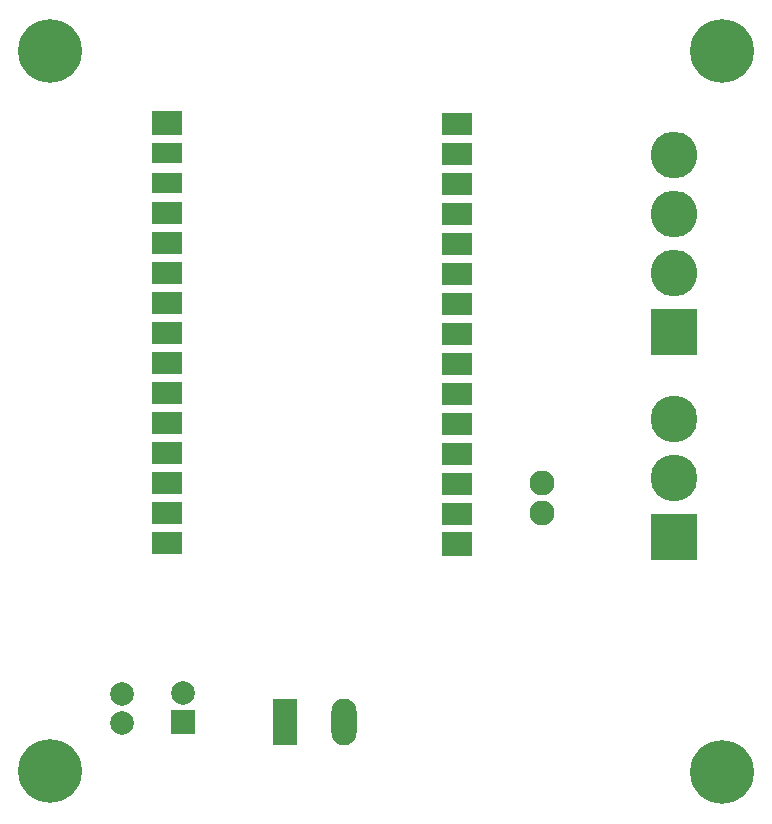
<source format=gbr>
%TF.GenerationSoftware,KiCad,Pcbnew,7.0.3*%
%TF.CreationDate,2023-06-20T17:30:00-05:00*%
%TF.ProjectId,ambient_measurement,616d6269-656e-4745-9f6d-656173757265,rev?*%
%TF.SameCoordinates,Original*%
%TF.FileFunction,Soldermask,Top*%
%TF.FilePolarity,Negative*%
%FSLAX46Y46*%
G04 Gerber Fmt 4.6, Leading zero omitted, Abs format (unit mm)*
G04 Created by KiCad (PCBNEW 7.0.3) date 2023-06-20 17:30:00*
%MOMM*%
%LPD*%
G01*
G04 APERTURE LIST*
%ADD10C,5.400000*%
%ADD11R,2.125000X3.960000*%
%ADD12O,2.125000X3.960000*%
%ADD13C,2.125000*%
%ADD14O,2.125000X2.125000*%
%ADD15R,2.000000X2.000000*%
%ADD16C,2.000000*%
%ADD17R,3.960000X3.960000*%
%ADD18C,3.960000*%
%ADD19O,3.960000X3.960000*%
%ADD20R,2.540000X2.000000*%
%ADD21R,2.540000X1.950000*%
%ADD22R,2.540000X2.100000*%
%ADD23R,2.540000X1.740000*%
G04 APERTURE END LIST*
D10*
%TO.C,H2*%
X179925500Y-123477000D03*
%TD*%
D11*
%TO.C,5V1*%
X142884388Y-119233000D03*
D12*
X147884388Y-119233000D03*
%TD*%
D13*
%TO.C,R1*%
X164685500Y-98993000D03*
D14*
X164685500Y-101533000D03*
%TD*%
D15*
%TO.C,C1*%
X134285500Y-119226112D03*
D16*
X134285500Y-116726112D03*
%TD*%
D17*
%TO.C,J1*%
X175861500Y-103565000D03*
D18*
X175861500Y-98565000D03*
X175861500Y-93565000D03*
%TD*%
D17*
%TO.C,J2*%
X175861500Y-86213000D03*
D19*
X175861500Y-81213000D03*
X175861500Y-76213000D03*
X175861500Y-71213000D03*
%TD*%
D10*
%TO.C,H4*%
X179925500Y-62417000D03*
%TD*%
D16*
%TO.C,C2*%
X129125500Y-119313000D03*
X129125500Y-116813000D03*
%TD*%
D20*
%TO.C,J_esp1*%
X157480000Y-104140000D03*
D21*
X157480000Y-101600000D03*
X157480000Y-99060000D03*
X157480000Y-96520000D03*
X157480000Y-93980000D03*
X157480000Y-91440000D03*
X157480000Y-88900000D03*
X157480000Y-86360000D03*
X157480000Y-83820000D03*
X157480000Y-81280000D03*
X157480000Y-78740000D03*
X157480000Y-76200000D03*
X157480000Y-73660000D03*
X157480000Y-71120000D03*
X157480000Y-68580000D03*
%TD*%
D10*
%TO.C,H3*%
X123029500Y-123377000D03*
%TD*%
D22*
%TO.C,J_esp0*%
X132939500Y-68501000D03*
D23*
X132939500Y-71041000D03*
X132939500Y-73581000D03*
D21*
X132939500Y-76121000D03*
X132939500Y-78661000D03*
X132939500Y-81201000D03*
X132939500Y-83741000D03*
X132939500Y-86281000D03*
X132939500Y-88821000D03*
X132939500Y-91361000D03*
X132939500Y-93901000D03*
X132939500Y-96441000D03*
X132939500Y-98981000D03*
X132939500Y-101521000D03*
X132939500Y-104061000D03*
%TD*%
D10*
%TO.C,H1*%
X123029500Y-62417000D03*
%TD*%
M02*

</source>
